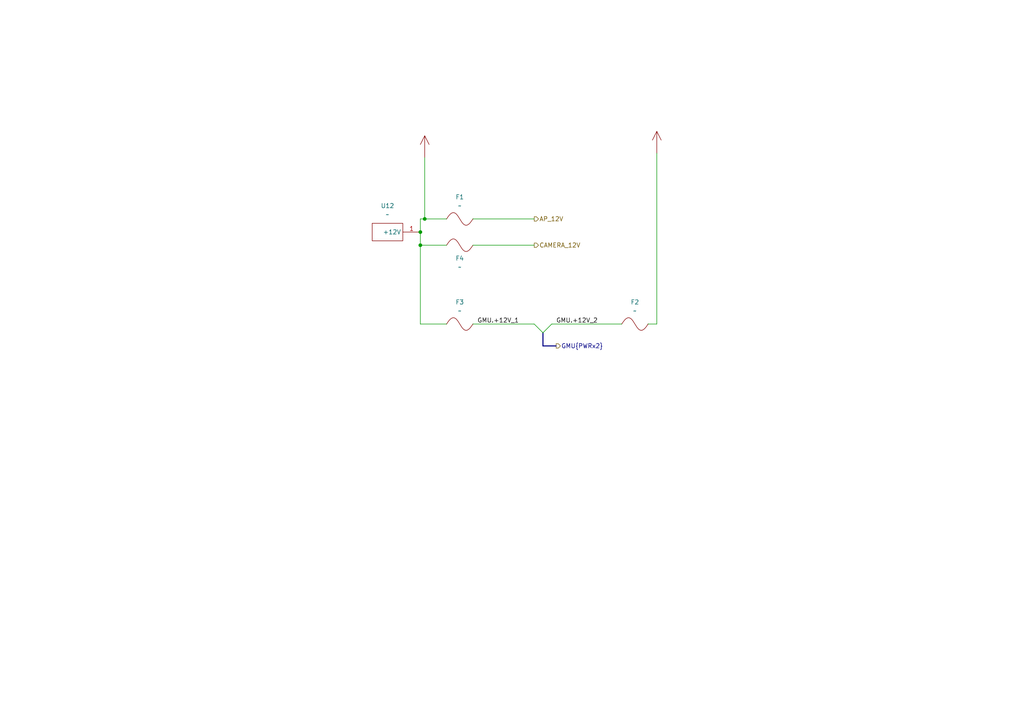
<source format=kicad_sch>
(kicad_sch (version 20250114) (generator "eeschema") (generator_version "9.0")
  (paper "A4")
  (title_block (title "RV-7 Electrical") (date "2025-08-19") (rev "1") (company "Ivan Dubrov"))
  (lib_symbols
    (symbol "Misc:12V" (power) (pin_numbers (hide yes)) (pin_names (offset 0) (hide yes))
      (symbol "12V_0_1"
        (polyline (pts (xy 0 0) (xy -1.27 -2.54)))
        (polyline (pts (xy 0 0) (xy 1.27 -2.54)))
        (polyline (pts (xy 0 -6.35) (xy 0 0)))
      )
      (symbol "12V_1_0"
        (pin power_in line (at 0 -6.35 180) (length 0) (name "~") (number "1"))
      )
    )
    (symbol "Misc:BAT"
      (property "Reference" "U" (at 0 0 0))
      (symbol "BAT_0_1"
        (rectangle (start -5.08 -1.27) (end 3.81 -6.35))
      )
      (symbol "BAT_1_0"
        (pin power_out line (at 8.89 -3.81 180) (length 5.08) (name "+12V") (number "1"))
      )
    )
    (symbol "Misc:FUSE" (pin_numbers (hide yes)) (pin_names (offset 0) (hide yes))
      (property "Reference" "F" (at 0 2.54 0))
      (symbol "FUSE_0_1"
        (bezier (pts (xy -3.81 0) (xy 0 6.35) (xy 0 -6.35) (xy 3.81 0)))
      )
      (symbol "FUSE_1_0"
        (pin power_in line (at -3.81 0 0) (length 0) (name "1") (number "1"))
        (pin power_out line (at 3.81 0 180) (length 0) (name "2") (number "2"))
      )
    )
  )
  (junction (at 121.92 67.31))
  (junction (at 121.92 71.12))
  (junction (at 123.19 63.5))
  (bus_entry (at 157.48 96.52) (size 2.54 -2.54))
  (bus_entry (at 157.48 96.52) (size -2.54 -2.54))
  (wire (pts (xy 187.96 93.98) (xy 190.5 93.98)))
  (wire (pts (xy 123.19 45.72) (xy 123.19 63.5)))
  (wire (pts (xy 137.16 93.98) (xy 154.94 93.98)))
  (wire (pts (xy 160.02 93.98) (xy 180.34 93.98)))
  (wire (pts (xy 190.5 44.45) (xy 190.5 93.98)))
  (wire (pts (xy 123.19 63.5) (xy 129.54 63.5)))
  (wire (pts (xy 121.92 71.12) (xy 121.92 93.98)))
  (wire (pts (xy 137.16 63.5) (xy 154.94 63.5)))
  (wire (pts (xy 121.92 63.5) (xy 121.92 67.31)))
  (wire (pts (xy 121.92 63.5) (xy 123.19 63.5)))
  (wire (pts (xy 121.92 93.98) (xy 129.54 93.98)))
  (bus (pts (xy 161.29 100.33) (xy 157.48 100.33)))
  (bus (pts (xy 157.48 96.52) (xy 157.48 100.33)))
  (wire (pts (xy 121.92 71.12) (xy 129.54 71.12)))
  (wire (pts (xy 137.16 71.12) (xy 154.94 71.12)))
  (wire (pts (xy 121.92 67.31) (xy 121.92 71.12)))
  (label "GMU.+12V_2" (at 161.29 93.98 0))
  (label "GMU.+12V_1" (at 138.43 93.98 0))
  (hierarchical_label "AP_12V" (shape output) (at 154.94 63.5 0))
  (hierarchical_label "GMU{PWRx2}" (shape output) (at 161.29 100.33 0))
  (hierarchical_label "CAMERA_12V" (shape output) (at 154.94 71.12 0))
  (symbol (lib_id "Misc:BAT") (at 113.03 63.5 0) (unit 1)
    (property "Reference" "U12" (at 112.395 59.69 0))
    (property "Value" "~" (at 112.395 62.23 0))
  )
  (symbol (lib_id "Misc:FUSE") (at 184.15 93.98 180) (unit 1)
    (property "Reference" "F2" (at 184.15 87.63 0))
    (property "Value" "~" (at 184.15 90.17 0))
  )
  (symbol (lib_id "Misc:FUSE") (at 133.35 93.98 0) (unit 1)
    (property "Reference" "F3" (at 133.35 87.63 0))
    (property "Value" "~" (at 133.35 90.17 0))
  )
  (symbol (lib_id "Misc:12V") (at 123.19 39.37 0) (unit 1) (in_bom no) (on_board no)
    (property "Reference" "#PWR011" (effects (hide yes)))
    (property "Value" "12V" (effects (hide yes)))
  )
  (symbol (lib_id "Misc:FUSE") (at 133.35 63.5 0) (unit 1)
    (property "Reference" "F1" (at 133.35 57.15 0))
    (property "Value" "~" (at 133.35 59.69 0))
  )
  (symbol (lib_id "Misc:12V") (at 190.5 38.1 0) (unit 1)
    (property "Reference" "#PWR012" (effects (hide yes)))
    (property "Value" "12V" (effects (hide yes)))
  )
  (symbol (lib_id "Misc:FUSE") (at 133.35 71.12 0) (unit 1)
    (property "Reference" "F4" (at 133.35 74.93 0))
    (property "Value" "~" (at 133.35 77.47 0))
  )
)
</source>
